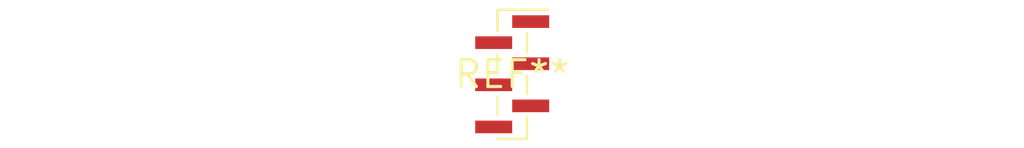
<source format=kicad_pcb>
(kicad_pcb (version 20240108) (generator pcbnew)
  (layers (0 "F.Cu" signal) (31 "B.Cu" signal) (34 "B.Paste" user) (35 "F.Paste" user) (36 "B.SilkS" user "B.Silkscreen") (37 "F.SilkS" user "F.Silkscreen") (38 "B.Mask" user) (39 "F.Mask" user) (44 "Edge.Cuts" user))
  (net 0 "")
  (footprint "PinHeader_1x06_P1.00mm_Vertical_SMD_Pin1Right" (layer "F.Cu") (at 0 0)
    (property "Reference" "REF**")
    (property "Value" "PinHeader_1x06_P1.00mm_Vertical_SMD_Pin1Right")
    (fp_line (start -0.695 -3.06) (end -0.695 -2.06) (layer "F.SilkS") (stroke (width 0.12)))
    (fp_line (start -0.695 -3.06) (end 0.695 -3.06) (layer "F.SilkS") (stroke (width 0.12)))
    (fp_line (start -0.695 -2.94) (end -0.695 -2.06) (layer "F.SilkS") (stroke (width 0.12)))
    (fp_line (start -0.695 -0.94) (end -0.695 -0.06) (layer "F.SilkS") (stroke (width 0.12)))
    (fp_line (start -0.695 1.06) (end -0.695 1.94) (layer "F.SilkS") (stroke (width 0.12)))
    (fp_line (start -0.695 3.06) (end -0.695 3.06) (layer "F.SilkS") (stroke (width 0.12)))
    (fp_line (start -0.695 3.06) (end 0.695 3.06) (layer "F.SilkS") (stroke (width 0.12)))
    (fp_line (start 0.695 -3.06) (end 0.695 -3.06) (layer "F.SilkS") (stroke (width 0.12)))
    (fp_line (start 0.695 -3.06) (end 1.69 -3.06) (layer "F.SilkS") (stroke (width 0.12)))
    (fp_line (start 0.695 -1.94) (end 0.695 -1.06) (layer "F.SilkS") (stroke (width 0.12)))
    (fp_line (start 0.695 0.06) (end 0.695 0.94) (layer "F.SilkS") (stroke (width 0.12)))
    (fp_line (start 0.695 2.06) (end 0.695 3.06) (layer "F.SilkS") (stroke (width 0.12)))
    (pad "1" smd rect (at 0.875 -2.5) (size 1.75 0.6) (layers "F.Cu" "F.Paste" "F.Mask"))
    (pad "2" smd rect (at -0.875 -1.5) (size 1.75 0.6) (layers "F.Cu" "F.Paste" "F.Mask"))
    (pad "3" smd rect (at 0.875 -0.5) (size 1.75 0.6) (layers "F.Cu" "F.Paste" "F.Mask"))
    (pad "4" smd rect (at -0.875 0.5) (size 1.75 0.6) (layers "F.Cu" "F.Paste" "F.Mask"))
    (pad "5" smd rect (at 0.875 1.5) (size 1.75 0.6) (layers "F.Cu" "F.Paste" "F.Mask"))
    (pad "6" smd rect (at -0.875 2.5) (size 1.75 0.6) (layers "F.Cu" "F.Paste" "F.Mask"))
  )
)
</source>
